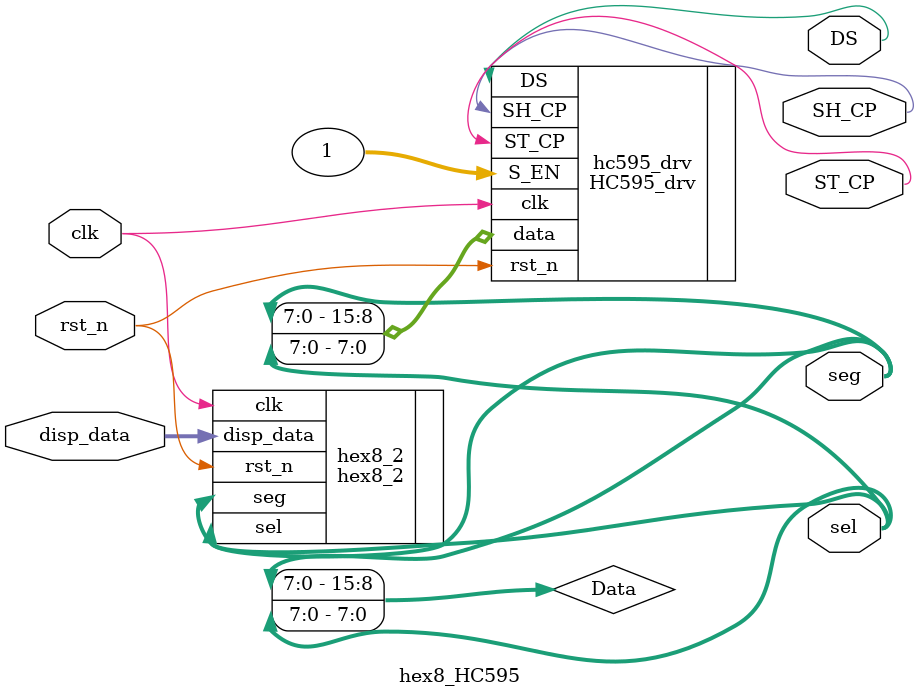
<source format=v>
`timescale 1ns / 1ps

module hex8_HC595(
    input clk,
    input rst_n,
    input [31:0] disp_data,

    output [7:0] sel,
    output [7:0] seg,
    output SH_CP,
    output ST_CP,
    output DS
);

    hex8_2 hex8_2 (
        .clk(clk),
        .rst_n(rst_n),
        .disp_data(disp_data),
        .sel(sel),
        .seg(seg)
    );


    wire [15:0] Data;
    assign Data = {seg, sel};

    HC595_drv hc595_drv (
        .clk(clk),
        .rst_n(rst_n),
        .data(Data),
        .S_EN(1),
        .SH_CP(SH_CP),
        .ST_CP(ST_CP),
        .DS(DS)
    );


endmodule

</source>
